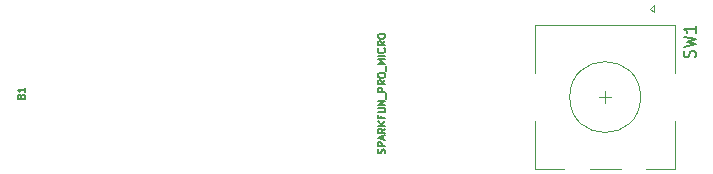
<source format=gto>
G04 #@! TF.GenerationSoftware,KiCad,Pcbnew,(5.1.9)-1*
G04 #@! TF.CreationDate,2021-01-29T11:52:33-08:00*
G04 #@! TF.ProjectId,foursu-pcb,666f7572-7375-42d7-9063-622e6b696361,rev?*
G04 #@! TF.SameCoordinates,Original*
G04 #@! TF.FileFunction,Legend,Top*
G04 #@! TF.FilePolarity,Positive*
%FSLAX46Y46*%
G04 Gerber Fmt 4.6, Leading zero omitted, Abs format (unit mm)*
G04 Created by KiCad (PCBNEW (5.1.9)-1) date 2021-01-29 11:52:33*
%MOMM*%
%LPD*%
G01*
G04 APERTURE LIST*
%ADD10C,0.120000*%
%ADD11C,0.150000*%
%ADD12C,0.127000*%
%ADD13R,2.000000X2.000000*%
%ADD14C,2.000000*%
%ADD15R,2.000000X3.200000*%
%ADD16C,1.750000*%
%ADD17C,3.987800*%
%ADD18O,1.600000X1.600000*%
%ADD19R,1.600000X1.600000*%
%ADD20C,0.100000*%
%ADD21C,2.082800*%
G04 APERTURE END LIST*
D10*
G04 #@! TO.C,SW1*
X91630000Y-137300000D02*
X91630000Y-138300000D01*
X92130000Y-137800000D02*
X91130000Y-137800000D01*
X88130000Y-143900000D02*
X85730000Y-143900000D01*
X92930000Y-143900000D02*
X90330000Y-143900000D01*
X97530000Y-143900000D02*
X95130000Y-143900000D01*
X95730000Y-130600000D02*
X95430000Y-130300000D01*
X95730000Y-130000000D02*
X95730000Y-130600000D01*
X95430000Y-130300000D02*
X95730000Y-130000000D01*
X97530000Y-131700000D02*
X85730000Y-131700000D01*
X97530000Y-135800000D02*
X97530000Y-131700000D01*
X85730000Y-135800000D02*
X85730000Y-131700000D01*
X85730000Y-143900000D02*
X85730000Y-139800000D01*
X97530000Y-139800000D02*
X97530000Y-143900000D01*
X94630000Y-137800000D02*
G75*
G03*
X94630000Y-137800000I-3000000J0D01*
G01*
D11*
X99234761Y-134433333D02*
X99282380Y-134290476D01*
X99282380Y-134052380D01*
X99234761Y-133957142D01*
X99187142Y-133909523D01*
X99091904Y-133861904D01*
X98996666Y-133861904D01*
X98901428Y-133909523D01*
X98853809Y-133957142D01*
X98806190Y-134052380D01*
X98758571Y-134242857D01*
X98710952Y-134338095D01*
X98663333Y-134385714D01*
X98568095Y-134433333D01*
X98472857Y-134433333D01*
X98377619Y-134385714D01*
X98330000Y-134338095D01*
X98282380Y-134242857D01*
X98282380Y-134004761D01*
X98330000Y-133861904D01*
X98282380Y-133528571D02*
X99282380Y-133290476D01*
X98568095Y-133100000D01*
X99282380Y-132909523D01*
X98282380Y-132671428D01*
X99282380Y-131766666D02*
X99282380Y-132338095D01*
X99282380Y-132052380D02*
X98282380Y-132052380D01*
X98425238Y-132147619D01*
X98520476Y-132242857D01*
X98568095Y-132338095D01*
G04 #@! TO.C,B1*
D12*
X42186457Y-137746742D02*
X42215485Y-137659657D01*
X42244514Y-137630628D01*
X42302571Y-137601600D01*
X42389657Y-137601600D01*
X42447714Y-137630628D01*
X42476742Y-137659657D01*
X42505771Y-137717714D01*
X42505771Y-137949942D01*
X41896171Y-137949942D01*
X41896171Y-137746742D01*
X41925200Y-137688685D01*
X41954228Y-137659657D01*
X42012285Y-137630628D01*
X42070342Y-137630628D01*
X42128400Y-137659657D01*
X42157428Y-137688685D01*
X42186457Y-137746742D01*
X42186457Y-137949942D01*
X42505771Y-137021028D02*
X42505771Y-137369371D01*
X42505771Y-137195200D02*
X41896171Y-137195200D01*
X41983257Y-137253257D01*
X42041314Y-137311314D01*
X42070342Y-137369371D01*
X72956742Y-142565485D02*
X72985771Y-142478400D01*
X72985771Y-142333257D01*
X72956742Y-142275200D01*
X72927714Y-142246171D01*
X72869657Y-142217142D01*
X72811600Y-142217142D01*
X72753542Y-142246171D01*
X72724514Y-142275200D01*
X72695485Y-142333257D01*
X72666457Y-142449371D01*
X72637428Y-142507428D01*
X72608400Y-142536457D01*
X72550342Y-142565485D01*
X72492285Y-142565485D01*
X72434228Y-142536457D01*
X72405200Y-142507428D01*
X72376171Y-142449371D01*
X72376171Y-142304228D01*
X72405200Y-142217142D01*
X72985771Y-141955885D02*
X72376171Y-141955885D01*
X72376171Y-141723657D01*
X72405200Y-141665600D01*
X72434228Y-141636571D01*
X72492285Y-141607542D01*
X72579371Y-141607542D01*
X72637428Y-141636571D01*
X72666457Y-141665600D01*
X72695485Y-141723657D01*
X72695485Y-141955885D01*
X72811600Y-141375314D02*
X72811600Y-141085028D01*
X72985771Y-141433371D02*
X72376171Y-141230171D01*
X72985771Y-141026971D01*
X72985771Y-140475428D02*
X72695485Y-140678628D01*
X72985771Y-140823771D02*
X72376171Y-140823771D01*
X72376171Y-140591542D01*
X72405200Y-140533485D01*
X72434228Y-140504457D01*
X72492285Y-140475428D01*
X72579371Y-140475428D01*
X72637428Y-140504457D01*
X72666457Y-140533485D01*
X72695485Y-140591542D01*
X72695485Y-140823771D01*
X72985771Y-140214171D02*
X72376171Y-140214171D01*
X72985771Y-139865828D02*
X72637428Y-140127085D01*
X72376171Y-139865828D02*
X72724514Y-140214171D01*
X72666457Y-139401371D02*
X72666457Y-139604571D01*
X72985771Y-139604571D02*
X72376171Y-139604571D01*
X72376171Y-139314285D01*
X72376171Y-139082057D02*
X72869657Y-139082057D01*
X72927714Y-139053028D01*
X72956742Y-139024000D01*
X72985771Y-138965942D01*
X72985771Y-138849828D01*
X72956742Y-138791771D01*
X72927714Y-138762742D01*
X72869657Y-138733714D01*
X72376171Y-138733714D01*
X72985771Y-138443428D02*
X72376171Y-138443428D01*
X72985771Y-138095085D01*
X72376171Y-138095085D01*
X73043828Y-137949942D02*
X73043828Y-137485485D01*
X72985771Y-137340342D02*
X72376171Y-137340342D01*
X72376171Y-137108114D01*
X72405200Y-137050057D01*
X72434228Y-137021028D01*
X72492285Y-136992000D01*
X72579371Y-136992000D01*
X72637428Y-137021028D01*
X72666457Y-137050057D01*
X72695485Y-137108114D01*
X72695485Y-137340342D01*
X72985771Y-136382400D02*
X72695485Y-136585600D01*
X72985771Y-136730742D02*
X72376171Y-136730742D01*
X72376171Y-136498514D01*
X72405200Y-136440457D01*
X72434228Y-136411428D01*
X72492285Y-136382400D01*
X72579371Y-136382400D01*
X72637428Y-136411428D01*
X72666457Y-136440457D01*
X72695485Y-136498514D01*
X72695485Y-136730742D01*
X72376171Y-136005028D02*
X72376171Y-135888914D01*
X72405200Y-135830857D01*
X72463257Y-135772800D01*
X72579371Y-135743771D01*
X72782571Y-135743771D01*
X72898685Y-135772800D01*
X72956742Y-135830857D01*
X72985771Y-135888914D01*
X72985771Y-136005028D01*
X72956742Y-136063085D01*
X72898685Y-136121142D01*
X72782571Y-136150171D01*
X72579371Y-136150171D01*
X72463257Y-136121142D01*
X72405200Y-136063085D01*
X72376171Y-136005028D01*
X73043828Y-135627657D02*
X73043828Y-135163200D01*
X72985771Y-135018057D02*
X72376171Y-135018057D01*
X72811600Y-134814857D01*
X72376171Y-134611657D01*
X72985771Y-134611657D01*
X72985771Y-134321371D02*
X72376171Y-134321371D01*
X72927714Y-133682742D02*
X72956742Y-133711771D01*
X72985771Y-133798857D01*
X72985771Y-133856914D01*
X72956742Y-133944000D01*
X72898685Y-134002057D01*
X72840628Y-134031085D01*
X72724514Y-134060114D01*
X72637428Y-134060114D01*
X72521314Y-134031085D01*
X72463257Y-134002057D01*
X72405200Y-133944000D01*
X72376171Y-133856914D01*
X72376171Y-133798857D01*
X72405200Y-133711771D01*
X72434228Y-133682742D01*
X72985771Y-133073142D02*
X72695485Y-133276342D01*
X72985771Y-133421485D02*
X72376171Y-133421485D01*
X72376171Y-133189257D01*
X72405200Y-133131200D01*
X72434228Y-133102171D01*
X72492285Y-133073142D01*
X72579371Y-133073142D01*
X72637428Y-133102171D01*
X72666457Y-133131200D01*
X72695485Y-133189257D01*
X72695485Y-133421485D01*
X72376171Y-132695771D02*
X72376171Y-132579657D01*
X72405200Y-132521600D01*
X72463257Y-132463542D01*
X72579371Y-132434514D01*
X72782571Y-132434514D01*
X72898685Y-132463542D01*
X72956742Y-132521600D01*
X72985771Y-132579657D01*
X72985771Y-132695771D01*
X72956742Y-132753828D01*
X72898685Y-132811885D01*
X72782571Y-132840914D01*
X72579371Y-132840914D01*
X72463257Y-132811885D01*
X72405200Y-132753828D01*
X72376171Y-132695771D01*
G04 #@! TD*
%LPC*%
D13*
G04 #@! TO.C,SW1*
X94130000Y-130300000D03*
D14*
X91630000Y-130300000D03*
X89130000Y-130300000D03*
D15*
X97230000Y-137800000D03*
X86030000Y-137800000D03*
D14*
X94130000Y-144800000D03*
X89130000Y-144800000D03*
G04 #@! TD*
D16*
G04 #@! TO.C,MX4*
X132808990Y-156783809D03*
X122871010Y-158896191D03*
D17*
X127840000Y-157840000D03*
G04 #@! TD*
D16*
G04 #@! TO.C,MX3*
X114228990Y-160733809D03*
X104291010Y-162846191D03*
D17*
X109260000Y-161790000D03*
G04 #@! TD*
D16*
G04 #@! TO.C,MX2*
X78988990Y-162816191D03*
X69051010Y-160703809D03*
D17*
X74020000Y-161760000D03*
G04 #@! TD*
D16*
G04 #@! TO.C,MX1*
X60418990Y-158886191D03*
X50481010Y-156773809D03*
D17*
X55450000Y-157830000D03*
G04 #@! TD*
D18*
G04 #@! TO.C,D5*
X91643750Y-154173750D03*
D19*
X91643750Y-161793750D03*
G04 #@! TD*
G04 #@! TO.C,D4*
G36*
G01*
X132877217Y-168444542D02*
X132877217Y-168444542D01*
G75*
G02*
X133493406Y-167495695I782518J166329D01*
G01*
X133493406Y-167495695D01*
G75*
G02*
X134442253Y-168111884I166329J-782518D01*
G01*
X134442253Y-168111884D01*
G75*
G02*
X133826064Y-169060731I-782518J-166329D01*
G01*
X133826064Y-169060731D01*
G75*
G02*
X132877217Y-168444542I-166329J782518D01*
G01*
G37*
D20*
G36*
X125590061Y-170811347D02*
G01*
X125257403Y-169246311D01*
X126822439Y-168913653D01*
X127155097Y-170478689D01*
X125590061Y-170811347D01*
G37*
G04 #@! TD*
G04 #@! TO.C,D3*
G36*
G01*
X114311232Y-172410079D02*
X114311232Y-172410079D01*
G75*
G02*
X114927421Y-171461232I782518J166329D01*
G01*
X114927421Y-171461232D01*
G75*
G02*
X115876268Y-172077421I166329J-782518D01*
G01*
X115876268Y-172077421D01*
G75*
G02*
X115260079Y-173026268I-782518J-166329D01*
G01*
X115260079Y-173026268D01*
G75*
G02*
X114311232Y-172410079I-166329J782518D01*
G01*
G37*
G36*
X107024076Y-174776884D02*
G01*
X106691418Y-173211848D01*
X108256454Y-172879190D01*
X108589112Y-174444226D01*
X107024076Y-174776884D01*
G37*
G04 #@! TD*
G04 #@! TO.C,D2*
G36*
G01*
X72914717Y-174324208D02*
X72914717Y-174324208D01*
G75*
G02*
X73863564Y-173708019I782518J-166329D01*
G01*
X73863564Y-173708019D01*
G75*
G02*
X74479753Y-174656866I-166329J-782518D01*
G01*
X74479753Y-174656866D01*
G75*
G02*
X73530906Y-175273055I-782518J166329D01*
G01*
X73530906Y-175273055D01*
G75*
G02*
X72914717Y-174324208I166329J782518D01*
G01*
G37*
G36*
X65294903Y-173522439D02*
G01*
X65627561Y-171957403D01*
X67192597Y-172290061D01*
X66859939Y-173855097D01*
X65294903Y-173522439D01*
G37*
G04 #@! TD*
G04 #@! TO.C,D1*
G36*
G01*
X54658467Y-169561708D02*
X54658467Y-169561708D01*
G75*
G02*
X55607314Y-168945519I782518J-166329D01*
G01*
X55607314Y-168945519D01*
G75*
G02*
X56223503Y-169894366I-166329J-782518D01*
G01*
X56223503Y-169894366D01*
G75*
G02*
X55274656Y-170510555I-782518J166329D01*
G01*
X55274656Y-170510555D01*
G75*
G02*
X54658467Y-169561708I166329J782518D01*
G01*
G37*
G36*
X47038653Y-168759939D02*
G01*
X47371311Y-167194903D01*
X48936347Y-167527561D01*
X48603689Y-169092597D01*
X47038653Y-168759939D01*
G37*
G04 #@! TD*
D21*
G04 #@! TO.C,B1*
X44770000Y-129880000D03*
X47310000Y-129880000D03*
X49850000Y-129880000D03*
X52390000Y-129880000D03*
X54930000Y-129880000D03*
X57470000Y-129880000D03*
X60010000Y-129880000D03*
X62550000Y-129880000D03*
X65090000Y-129880000D03*
X67630000Y-129880000D03*
X70170000Y-129880000D03*
X72710000Y-129880000D03*
X72710000Y-145120000D03*
X70170000Y-145120000D03*
X67630000Y-145120000D03*
X65090000Y-145120000D03*
X62550000Y-145120000D03*
X60010000Y-145120000D03*
X57470000Y-145120000D03*
X54930000Y-145120000D03*
X52390000Y-145120000D03*
X49850000Y-145120000D03*
X47310000Y-145120000D03*
X44770000Y-145120000D03*
G04 #@! TD*
M02*

</source>
